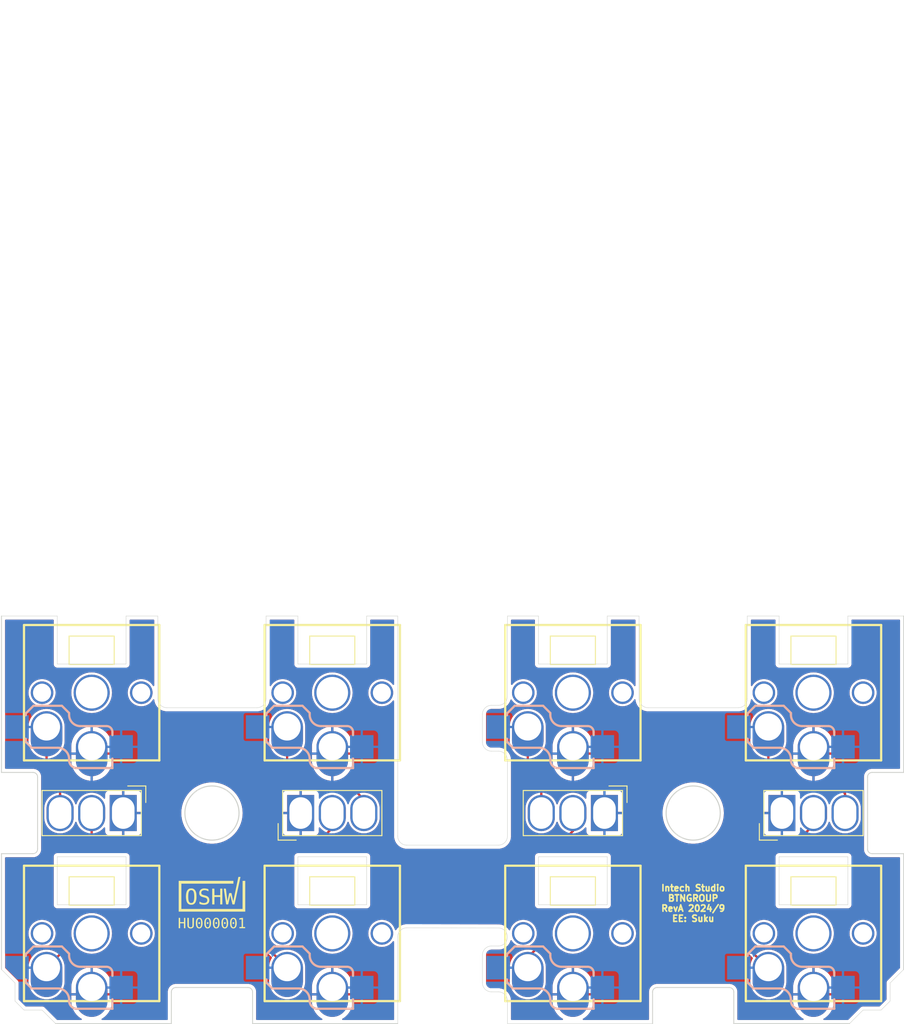
<source format=kicad_pcb>
(kicad_pcb (version 20240108) (generator "pcbnew") (generator_version "8.0")
  (layers (0 "F.Cu" signal) (31 "B.Cu" signal) (34 "B.Paste" user) (35 "F.Paste" user) (36 "B.SilkS" user "B.Silkscreen") (37 "F.SilkS" user "F.Silkscreen") (38 "B.Mask" user) (39 "F.Mask" user) (44 "Edge.Cuts" user))
  (net 0 "")
  (net 1 "GND")
  (net 2 "Net-(J501-Pin_3)")
  (net 3 "Net-(J501-Pin_2)")
  (net 4 "Net-(J502-Pin_2)")
  (net 5 "Net-(J502-Pin_3)")
  (net 6 "Net-(J503-Pin_3)")
  (net 7 "Net-(J503-Pin_2)")
  (net 8 "Net-(J504-Pin_3)")
  (net 9 "Net-(J504-Pin_2)")
  (footprint "suku_basics:VSNX-BUTTON-SOLDER" (layer "F.Cu") (at 140.005 126.67)
    (property "Reference" "J504" (hide yes))
    (property "Value" "Conn_01x03")
    (pad "1" thru_hole rect (at -3.5 0 180) (size 3 4) (drill oval 2.5 3.5) (layers "*.Cu" "*.Mask") (net 1 "GND"))
    (pad "2" thru_hole oval (at 0 0 180) (size 3 4) (drill oval 2.5 3.5) (layers "*.Cu" "*.Mask") (net 9 "Net-(J504-Pin_2)"))
    (pad "3" thru_hole oval (at 3.5 0 180) (size 3 4) (drill oval 2.5 3.5) (layers "*.Cu" "*.Mask") (net 8 "Net-(J504-Pin_3)"))
  )
  (footprint "suku_basics:VSNX-BUTTON-SOLDER" (layer "F.Cu") (at 86.665 126.67)
    (property "Reference" "J502" (hide yes))
    (property "Value" "Conn_01x03")
    (pad "1" thru_hole rect (at -3.5 0 180) (size 3 4) (drill oval 2.5 3.5) (layers "*.Cu" "*.Mask") (net 1 "GND"))
    (pad "2" thru_hole oval (at 0 0 180) (size 3 4) (drill oval 2.5 3.5) (layers "*.Cu" "*.Mask") (net 4 "Net-(J502-Pin_2)"))
    (pad "3" thru_hole oval (at 3.5 0 180) (size 3 4) (drill oval 2.5 3.5) (layers "*.Cu" "*.Mask") (net 5 "Net-(J502-Pin_3)"))
  )
  (footprint "suku_basics:VSNX-BUTTON-SOLDER" (layer "F.Cu") (at 113.335 126.67 180)
    (property "Reference" "J503" (hide yes))
    (property "Value" "Conn_01x03")
    (pad "1" thru_hole rect (at -3.5 0) (size 3 4) (drill oval 2.5 3.5) (layers "*.Cu" "*.Mask") (net 1 "GND"))
    (pad "2" thru_hole oval (at 0 0) (size 3 4) (drill oval 2.5 3.5) (layers "*.Cu" "*.Mask") (net 7 "Net-(J503-Pin_2)"))
    (pad "3" thru_hole oval (at 3.5 0) (size 3 4) (drill oval 2.5 3.5) (layers "*.Cu" "*.Mask") (net 6 "Net-(J503-Pin_3)"))
  )
  (footprint "suku_basics:VSNX-BUTTON-SOLDER" (layer "F.Cu") (at 59.995 126.67 180)
    (property "Reference" "J501" (hide yes))
    (property "Value" "Conn_01x03")
    (pad "1" thru_hole rect (at -3.5 0) (size 3 4) (drill oval 2.5 3.5) (layers "*.Cu" "*.Mask") (net 1 "GND"))
    (pad "2" thru_hole oval (at 0 0) (size 3 4) (drill oval 2.5 3.5) (layers "*.Cu" "*.Mask") (net 3 "Net-(J501-Pin_2)"))
    (pad "3" thru_hole oval (at 3.5 0) (size 3 4) (drill oval 2.5 3.5) (layers "*.Cu" "*.Mask") (net 2 "Net-(J501-Pin_3)"))
  )
  (footprint "suku_basics:OSHWA" (layer "F.Cu") (at 73.33 136.67)
    (property "Reference" "LOGO701" (hide yes))
    (property "Value" "LOGO" (hide yes))
  )
  (footprint "suku_basics:KEY-TH_CPG135001D0X" (layer "B.Cu") (at 113.335 113.335 180)
    (property "Reference" "SW505" (hide yes))
    (property "Value" "CPG135001D02")
    (pad "" thru_hole circle (at -5.5 0) (size 2.5 2.5) (drill 2) (layers "*.Cu" "*.Mask"))
    (pad "" thru_hole circle (at 0 0) (size 4 4) (drill 3.5) (layers "*.Cu" "*.Mask"))
    (pad "" thru_hole circle (at 5.5 0) (size 2.5 2.5) (drill 2) (layers "*.Cu" "*.Mask"))
    (pad "1" smd rect (at -3.27 -6 180) (size 2.6 2.6) (layers "B.Cu" "B.Paste" "B.Mask") (net 1 "GND"))
    (pad "1" thru_hole oval (at 0 -6 90) (size 5 3.5) (drill 3 (offset -0.75 0)) (layers "*.Cu" "*.Mask") (net 1 "GND"))
    (pad "2" thru_hole oval (at 5 -3.8 90) (size 5 3.5) (drill 3 (offset -0.75 0)) (layers "*.Cu" "*.Mask") (net 6 "Net-(J503-Pin_3)"))
    (pad "2" smd rect (at 8.27 -3.8 180) (size 2.6 2.6) (layers "B.Cu" "B.Paste" "B.Mask") (net 6 "Net-(J503-Pin_3)"))
  )
  (footprint "suku_basics:KEY-TH_CPG135001D0X" (layer "B.Cu") (at 140.005 113.335 180)
    (property "Reference" "SW507" (hide yes))
    (property "Value" "CPG135001D02")
    (pad "" thru_hole circle (at -5.5 0) (size 2.5 2.5) (drill 2) (layers "*.Cu" "*.Mask"))
    (pad "" thru_hole circle (at 0 0) (size 4 4) (drill 3.5) (layers "*.Cu" "*.Mask"))
    (pad "" thru_hole circle (at 5.5 0) (size 2.5 2.5) (drill 2) (layers "*.Cu" "*.Mask"))
    (pad "1" smd rect (at -3.27 -6 180) (size 2.6 2.6) (layers "B.Cu" "B.Paste" "B.Mask") (net 1 "GND"))
    (pad "1" thru_hole oval (at 0 -6 90) (size 5 3.5) (drill 3 (offset -0.75 0)) (layers "*.Cu" "*.Mask") (net 1 "GND"))
    (pad "2" thru_hole oval (at 5 -3.8 90) (size 5 3.5) (drill 3 (offset -0.75 0)) (layers "*.Cu" "*.Mask") (net 8 "Net-(J504-Pin_3)"))
    (pad "2" smd rect (at 8.27 -3.8 180) (size 2.6 2.6) (layers "B.Cu" "B.Paste" "B.Mask") (net 8 "Net-(J504-Pin_3)"))
  )
  (footprint "suku_basics:KEY-TH_CPG135001D0X" (layer "B.Cu") (at 59.995 113.335 180)
    (property "Reference" "SW501" (hide yes))
    (property "Value" "CPG135001D02")
    (pad "" thru_hole circle (at -5.5 0) (size 2.5 2.5) (drill 2) (layers "*.Cu" "*.Mask"))
    (pad "" thru_hole circle (at 0 0) (size 4 4) (drill 3.5) (layers "*.Cu" "*.Mask"))
    (pad "" thru_hole circle (at 5.5 0) (size 2.5 2.5) (drill 2) (layers "*.Cu" "*.Mask"))
    (pad "1" smd rect (at -3.27 -6 180) (size 2.6 2.6) (layers "B.Cu" "B.Paste" "B.Mask") (net 1 "GND"))
    (pad "1" thru_hole oval (at 0 -6 90) (size 5 3.5) (drill 3 (offset -0.75 0)) (layers "*.Cu" "*.Mask") (net 1 "GND"))
    (pad "2" thru_hole oval (at 5 -3.8 90) (size 5 3.5) (drill 3 (offset -0.75 0)) (layers "*.Cu" "*.Mask") (net 2 "Net-(J501-Pin_3)"))
    (pad "2" smd rect (at 8.27 -3.8 180) (size 2.6 2.6) (layers "B.Cu" "B.Paste" "B.Mask") (net 2 "Net-(J501-Pin_3)"))
  )
  (footprint "suku_basics:KEY-TH_CPG135001D0X" (layer "B.Cu") (at 86.665 113.335 180)
    (property "Reference" "SW503" (hide yes))
    (property "Value" "CPG135001D02")
    (pad "" thru_hole circle (at -5.5 0) (size 2.5 2.5) (drill 2) (layers "*.Cu" "*.Mask"))
    (pad "" thru_hole circle (at 0 0) (size 4 4) (drill 3.5) (layers "*.Cu" "*.Mask"))
    (pad "" thru_hole circle (at 5.5 0) (size 2.5 2.5) (drill 2) (layers "*.Cu" "*.Mask"))
    (pad "1" smd rect (at -3.27 -6 180) (size 2.6 2.6) (layers "B.Cu" "B.Paste" "B.Mask") (net 1 "GND"))
    (pad "1" thru_hole oval (at 0 -6 90) (size 5 3.5) (drill 3 (offset -0.75 0)) (layers "*.Cu" "*.Mask") (net 1 "GND"))
    (pad "2" thru_hole oval (at 5 -3.8 90) (size 5 3.5) (drill 3 (offset -0.75 0)) (layers "*.Cu" "*.Mask") (net 5 "Net-(J502-Pin_3)"))
    (pad "2" smd rect (at 8.27 -3.8 180) (size 2.6 2.6) (layers "B.Cu" "B.Paste" "B.Mask") (net 5 "Net-(J502-Pin_3)"))
  )
  (footprint "suku_basics:KEY-TH_CPG135001D0X" (layer "B.Cu") (at 59.995 140.005 180)
    (property "Reference" "SW502" (hide yes))
    (property "Value" "CPG135001D02")
    (pad "" thru_hole circle (at -5.5 0) (size 2.5 2.5) (drill 2) (layers "*.Cu" "*.Mask"))
    (pad "" thru_hole circle (at 0 0) (size 4 4) (drill 3.5) (layers "*.Cu" "*.Mask"))
    (pad "" thru_hole circle (at 5.5 0) (size 2.5 2.5) (drill 2) (layers "*.Cu" "*.Mask"))
    (pad "1" smd rect (at -3.27 -6 180) (size 2.6 2.6) (layers "B.Cu" "B.Paste" "B.Mask") (net 1 "GND"))
    (pad "1" thru_hole oval (at 0 -6 90) (size 5 3.5) (drill 3 (offset -0.75 0)) (layers "*.Cu" "*.Mask") (net 1 "GND"))
    (pad "2" thru_hole oval (at 5 -3.8 90) (size 5 3.5) (drill 3 (offset -0.75 0)) (layers "*.Cu" "*.Mask") (net 3 "Net-(J501-Pin_2)"))
    (pad "2" smd roundrect (at 8.27 -3.8 180) (size 2.6 2.6) (layers "B.Cu" "B.Paste" "B.Mask") (roundrect_rratio 0) (chamfer_ratio 0.5) (chamfer top_right) (net 3 "Net-(J501-Pin_2)"))
  )
  (footprint "suku_basics:KEY-TH_CPG135001D0X" (layer "B.Cu") (at 86.665 140.005 180)
    (property "Reference" "SW504" (hide yes))
    (property "Value" "CPG135001D02")
    (pad "" thru_hole circle (at -5.5 0) (size 2.5 2.5) (drill 2) (layers "*.Cu" "*.Mask"))
    (pad "" thru_hole circle (at 0 0) (size 4 4) (drill 3.5) (layers "*.Cu" "*.Mask"))
    (pad "" thru_hole circle (at 5.5 0) (size 2.5 2.5) (drill 2) (layers "*.Cu" "*.Mask"))
    (pad "1" smd rect (at -3.27 -6 180) (size 2.6 2.6) (layers "B.Cu" "B.Paste" "B.Mask") (net 1 "GND"))
    (pad "1" thru_hole oval (at 0 -6 90) (size 5 3.5) (drill 3 (offset -0.75 0)) (layers "*.Cu" "*.Mask") (net 1 "GND"))
    (pad "2" thru_hole oval (at 5 -3.8 90) (size 5 3.5) (drill 3 (offset -0.75 0)) (layers "*.Cu" "*.Mask") (net 4 "Net-(J502-Pin_2)"))
    (pad "2" smd rect (at 8.27 -3.8 180) (size 2.6 2.6) (layers "B.Cu" "B.Paste" "B.Mask") (net 4 "Net-(J502-Pin_2)"))
  )
  (footprint "suku_basics:KEY-TH_CPG135001D0X" (layer "B.Cu") (at 140.005 140.005 180)
    (property "Reference" "SW508" (hide yes))
    (property "Value" "CPG135001D02")
    (pad "" thru_hole circle (at -5.5 0) (size 2.5 2.5) (drill 2) (layers "*.Cu" "*.Mask"))
    (pad "" thru_hole circle (at 0 0) (size 4 4) (drill 3.5) (layers "*.Cu" "*.Mask"))
    (pad "" thru_hole circle (at 5.5 0) (size 2.5 2.5) (drill 2) (layers "*.Cu" "*.Mask"))
    (pad "1" smd rect (at -3.27 -6 180) (size 2.6 2.6) (layers "B.Cu" "B.Paste" "B.Mask") (net 1 "GND"))
    (pad "1" thru_hole oval (at 0 -6 90) (size 5 3.5) (drill 3 (offset -0.75 0)) (layers "*.Cu" "*.Mask") (net 1 "GND"))
    (pad "2" thru_hole oval (at 5 -3.8 90) (size 5 3.5) (drill 3 (offset -0.75 0)) (layers "*.Cu" "*.Mask") (net 9 "Net-(J504-Pin_2)"))
    (pad "2" smd rect (at 8.27 -3.8 180) (size 2.6 2.6) (layers "B.Cu" "B.Paste" "B.Mask") (net 9 "Net-(J504-Pin_2)"))
  )
  (footprint "suku_basics:KEY-TH_CPG135001D0X" (layer "B.Cu") (at 113.335 140.005 180)
    (property "Reference" "SW506" (hide yes))
    (property "Value" "CPG135001D02")
    (pad "" thru_hole circle (at -5.5 0) (size 2.5 2.5) (drill 2) (layers "*.Cu" "*.Mask"))
    (pad "" thru_hole circle (at 0 0) (size 4 4) (drill 3.5) (layers "*.Cu" "*.Mask"))
    (pad "" thru_hole circle (at 5.5 0) (size 2.5 2.5) (drill 2) (layers "*.Cu" "*.Mask"))
    (pad "1" smd rect (at -3.27 -6 180) (size 2.6 2.6) (layers "B.Cu" "B.Paste" "B.Mask") (net 1 "GND"))
    (pad "1" thru_hole oval (at 0 -6 90) (size 5 3.5) (drill 3 (offset -0.75 0)) (layers "*.Cu" "*.Mask") (net 1 "GND"))
    (pad "2" thru_hole oval (at 5 -3.8 90) (size 5 3.5) (drill 3 (offset -0.75 0)) (layers "*.Cu" "*.Mask") (net 7 "Net-(J503-Pin_2)"))
    (pad "2" smd rect (at 8.27 -3.8 180) (size 2.6 2.6) (layers "B.Cu" "B.Paste" "B.Mask") (net 7 "Net-(J503-Pin_2)"))
  )
  (gr_line (start 117.145 104.84) (end 120.67 104.84) (stroke (width 0.05)) (layer "Edge.Cuts"))
  (gr_circle (center 73.33 126.67) (end 76.33 126.67) (stroke (width 0.12)) (fill none) (layer "Edge.Cuts"))
  (gr_line (start 136.195 131.51) (end 143.815 131.51) (stroke (width 0.05)) (layer "Edge.Cuts"))
  (gr_line (start 136.195 136.83) (end 143.815 136.83) (stroke (width 0.05)) (layer "Edge.Cuts"))
  (gr_line (start 109.525 131.51) (end 117.145 131.51) (stroke (width 0.05)) (layer "Edge.Cuts"))
  (gr_circle (center 126.67 126.67) (end 129.67 126.67) (stroke (width 0.12)) (fill none) (layer "Edge.Cuts"))
  (gr_line (start 82.855 110.16) (end 90.475 110.16) (stroke (width 0.05)) (layer "Edge.Cuts"))
  (gr_line (start 94.92 130.226) (end 105.08 130.226) (stroke (width 0.05)) (layer "Edge.Cuts"))
  (gr_line (start 54 130.67) (end 54 122.67) (stroke (width 0.1)) (layer "Edge.Cuts"))
  (gr_line (start 93.92 104.84) (end 93.92 129.226) (stroke (width 0.05)) (layer "Edge.Cuts"))
  (gr_line (start 68.83 146.5) (end 68.83 150) (stroke (width 0.1)) (layer "Edge.Cuts"))
  (gr_line (start 117.145 136.83) (end 117.145 131.51) (stroke (width 0.05)) (layer "Edge.Cuts"))
  (gr_line (start 148.5 147.5) (end 147.5 148.5) (stroke (width 0.05)) (layer "Edge.Cuts"))
  (gr_line (start 79.33 104.84) (end 82.855 104.84) (stroke (width 0.05)) (layer "Edge.Cuts"))
  (gr_line (start 105.08 146.482) (end 104.31 146.482) (stroke (width 0.05)) (layer "Edge.Cuts"))
  (gr_arc (start 77.33 146) (mid 77.683553 146.146447) (end 77.83 146.5) (stroke (width 0.1)) (layer "Edge.Cuts"))
  (gr_line (start 82.855 136.83) (end 82.855 131.51) (stroke (width 0.05)) (layer "Edge.Cuts"))
  (gr_arc (start 103.31 142.402) (mid 103.602893 141.694893) (end 104.31 141.402) (stroke (width 0.05)) (layer "Edge.Cuts"))
  (gr_line (start 103.31 118.812) (end 103.31 115.732) (stroke (width 0.05)) (layer "Edge.Cuts"))
  (gr_line (start 68.33 115) (end 78.33 115) (stroke (width 0.05)) (layer "Edge.Cuts"))
  (gr_line (start 150 122.17) (end 146.5 122.17) (stroke (width 0.1)) (layer "Edge.Cuts"))
  (gr_line (start 136.195 110.16) (end 136.195 104.84) (stroke (width 0.05)) (layer "Edge.Cuts"))
  (gr_line (start 52.5 148.5) (end 51.5 147.5) (stroke (width 0.05)) (layer "Edge.Cuts"))
  (gr_line (start 56.185 136.83) (end 63.805 136.83) (stroke (width 0.05)) (layer "Edge.Cuts"))
  (gr_line (start 120.67 104.84) (end 120.67 114) (stroke (width 0.05)) (layer "Edge.Cuts"))
  (gr_line (start 150 144) (end 148.5 145.5) (stroke (width 0.05)) (layer "Edge.Cuts"))
  (gr_line (start 68.83 150) (end 56 150) (stroke (width 0.1)) (layer "Edge.Cuts"))
  (gr_arc (start 146.5 131.17) (mid 146.146447 131.023553) (end 146 130.67) (stroke (width 0.1)) (layer "Edge.Cuts"))
  (gr_arc (start 105.08 146.482) (mid 105.787107 146.774893) (end 106.08 147.482) (stroke (width 0.05)) (layer "Edge.Cuts"))
  (gr_line (start 130.67 146) (end 122.67 146) (stroke (width 0.1)) (layer "Edge.Cuts"))
  (gr_line (start 106.08 150) (end 106.08 147.482) (stroke (width 0.05)) (layer "Edge.Cuts"))
  (gr_line (start 106.08 113.732) (end 106.08 104.84) (stroke (width 0.05)) (layer "Edge.Cuts"))
  (gr_arc (start 94.92 130.226) (mid 94.212893 129.933107) (end 93.92 129.226) (stroke (width 0.05)) (layer "Edge.Cuts"))
  (gr_arc (start 103.31 115.732) (mid 103.602893 115.024893) (end 104.31 114.732) (stroke (width 0.05)) (layer "Edge.Cuts"))
  (gr_arc (start 104.31 119.812) (mid 103.602893 119.519107) (end 103.31 118.812) (stroke (width 0.05)) (layer "Edge.Cuts"))
  (gr_line (start 150 104.84) (end 150 122.17) (stroke (width 0.1)) (layer "Edge.Cuts"))
  (gr_line (start 53.5 122.17) (end 50 122.17) (stroke (width 0.1)) (layer "Edge.Cuts"))
  (gr_line (start 143.815 104.84) (end 150 104.84) (stroke (width 0.05)) (layer "Edge.Cuts"))
  (gr_arc (start 79.33 114) (mid 79.037107 114.707107) (end 78.33 115) (stroke (width 0.05)) (layer "Edge.Cuts"))
  (gr_line (start 63.805 104.84) (end 67.33 104.84) (stroke (width 0.05)) (layer "Edge.Cuts"))
  (gr_line (start 90.475 104.84) (end 93.92 104.84) (stroke (width 0.05)) (layer "Edge.Cuts"))
  (gr_line (start 117.145 110.16) (end 117.145 104.84) (stroke (width 0.05)) (layer "Edge.Cuts"))
  (gr_line (start 146 122.67) (end 146 130.67) (stroke (width 0.1)) (layer "Edge.Cuts"))
  (gr_line (start 56.185 110.16) (end 56.185 104.84) (stroke (width 0.05)) (layer "Edge.Cuts"))
  (gr_line (start 77.33 146) (end 69.33 146) (stroke (width 0.1)) (layer "Edge.Cuts"))
  (gr_line (start 148.5 145.5) (end 148.5 147.5) (stroke (width 0.05)) (layer "Edge.Cuts"))
  (gr_line (start 109.525 136.83) (end 117.145 136.83) (stroke (width 0.05)) (layer "Edge.Cuts"))
  (gr_arc (start 130.67 146) (mid 131.023553 146.146447) (end 131.17 146.5) (stroke (width 0.1)) (layer "Edge.Cuts"))
  (gr_line (start 143.815 136.83) (end 143.815 131.51) (stroke (width 0.05)) (layer "Edge.Cuts"))
  (gr_line (start 104.31 114.732) (end 105.08 114.732) (stroke (width 0.05)) (layer "Edge.Cuts"))
  (gr_line (start 136.195 136.83) (end 136.195 131.51) (stroke (width 0.05)) (layer "Edge.Cuts"))
  (gr_arc (start 93.920001 140.386001) (mid 94.212894 139.678894) (end 94.920001 139.386001) (stroke (width 0.05)) (layer "Edge.Cuts"))
  (gr_line (start 51.5 147.5) (end 51.5 145.5) (stroke (width 0.05)) (layer "Edge.Cuts"))
  (gr_line (start 105.08 139.402002) (end 94.920001 139.386001) (stroke (width 0.05)) (layer "Edge.Cuts"))
  (gr_line (start 147.5 148.5) (end 145.5 148.5) (stroke (width 0.05)) (layer "Edge.Cuts"))
  (gr_arc (start 54 130.67) (mid 53.853553 131.023553) (end 53.5 131.17) (stroke (width 0.1)) (layer "Edge.Cuts"))
  (gr_line (start 136.195 110.16) (end 143.815 110.16) (stroke (width 0.05)) (layer "Edge.Cuts"))
  (gr_line (start 146.5 131.17) (end 150 131.17) (stroke (width 0.1)) (layer "Edge.Cuts"))
  (gr_arc (start 105.08 119.812) (mid 105.787107 120.104893) (end 106.08 120.812) (stroke (width 0.05)) (layer "Edge.Cuts"))
  (gr_arc (start 122.17 146.5) (mid 122.316447 146.146447) (end 122.67 146) (stroke (width 0.1)) (layer "Edge.Cuts"))
  (gr_line (start 63.805 136.83) (end 63.805 131.51) (stroke (width 0.05)) (layer "Edge.Cuts"))
  (gr_line (start 122.17 146.5) (end 122.17 150) (stroke (width 0.1)) (layer "Edge.Cuts"))
  (gr_line (start 51.5 145.5) (end 50 144) (stroke (width 0.05)) (layer "Edge.Cuts"))
  (gr_line (start 109.525 136.83) (end 109.525 131.51) (stroke (width 0.05)) (layer "Edge.Cuts"))
  (gr_arc (start 121.67 115) (mid 120.962893 114.707107) (end 120.67 114) (stroke (width 0.05)) (layer "Edge.Cuts"))
  (gr_line (start 145.5 148.5) (end 144 150) (stroke (width 0.05)) (layer "Edge.Cuts"))
  (gr_arc (start 53.5 122.17) (mid 53.853553 122.316447) (end 54 122.67) (stroke (width 0.1)) (layer "Edge.Cuts"))
  (gr_line (start 109.525 110.16) (end 109.525 104.84) (stroke (width 0.05)) (layer "Edge.Cuts"))
  (gr_line (start 132.67 104.84) (end 136.195 104.84) (stroke (width 0.05)) (layer "Edge.Cuts"))
  (gr_line (start 82.855 136.83) (end 90.475 136.83) (stroke (width 0.05)) (layer "Edge.Cuts"))
  (gr_line (start 56.185 104.84) (end 50 104.84) (stroke (width 0.05)) (layer "Edge.Cuts"))
  (gr_line (start 90.475 110.16) (end 90.475 104.84) (stroke (width 0.05)) (layer "Edge.Cuts"))
  (gr_line (start 143.815 110.16) (end 143.815 104.84) (stroke (width 0.05)) (layer "Edge.Cuts"))
  (gr_arc (start 106.08 113.732) (mid 105.787107 114.439107) (end 105.08 114.732) (stroke (width 0.05)) (layer "Edge.Cuts"))
  (gr_line (start 105.08 119.812) (end 104.31 119.812) (stroke (width 0.05)) (layer "Edge.Cuts"))
  (gr_line (start 54.5 148.5) (end 52.5 148.5) (stroke (width 0.05)) (layer "Edge.Cuts"))
  (gr_line (start 150 131.17) (end 150 144) (stroke (width 0.1)) (layer "Edge.Cuts"))
  (gr_line (start 50 131.17) (end 53.5 131.17) (stroke (width 0.1)) (layer "Edge.Cuts"))
  (gr_arc (start 106.08 129.226) (mid 105.787107 129.933107) (end 105.08 130.226) (stroke (width 0.05)) (layer "Edge.Cuts"))
  (gr_arc (start 104.31 146.482) (mid 103.602893 146.189107) (end 103.31 145.482) (stroke (width 0.05)) (layer "Edge.Cuts"))
  (gr_line (start 144 150) (end 131.17 150) (stroke (width 0.1)) (layer "Edge.Cuts"))
  (gr_line (start 106.08 104.84) (end 109.525 104.84) (stroke (width 0.05)) (layer "Edge.Cuts"))
  (gr_line (start 106.08 129.226) (end 106.08 120.812) (stroke (width 0.05)) (layer "Edge.Cuts"))
  (gr_line (start 67.33 104.84) (end 67.33 114) (stroke (width 0.05)) (layer "Edge.Cuts"))
  (gr_line (start 56.185 136.83) (end 56.185 131.51) (stroke (width 0.05)) (layer "Edge.Cuts"))
  (gr_line (start 79.33 114) (end 79.33 104.84) (stroke (width 0.05)) (layer "Edge.Cuts"))
  (gr_line (start 132.67 114) (end 132.67 104.84) (stroke (width 0.05)) (layer "Edge.Cuts"))
  (gr_arc (start 68.83 146.5) (mid 68.976447 146.146447) (end 69.33 146) (stroke (width 0.1)) (layer "Edge.Cuts"))
  (gr_arc (start 105.08 139.402002) (mid 105.787107 139.694895) (end 106.08 140.402002) (stroke (width 0.05)) (layer "Edge.Cuts"))
  (gr_line (start 90.475 136.83) (end 90.475 131.51) (stroke (width 0.05)) (layer "Edge.Cuts"))
  (gr_line (start 121.67 115) (end 131.67 115) (stroke (width 0.05)) (layer "Edge.Cuts"))
  (gr_line (start 122.17 150) (end 106.08 150) (stroke (width 0.05)) (layer "Edge.Cuts"))
  (gr_line (start 50 122.17) (end 50 104.84) (stroke (width 0.1)) (layer "Edge.Cuts"))
  (gr_line (start 131.17 150) (end 131.17 146.5) (stroke (width 0.1)) (layer "Edge.Cuts"))
  (gr_line (start 56.185 110.16) (end 63.805 110.16) (stroke (width 0.05)) (layer "Edge.Cuts"))
  (gr_line (start 50 144) (end 50 131.17) (stroke (width 0.1)) (layer "Edge.Cuts"))
  (gr_line (start 77.83 150) (end 77.83 146.5) (stroke (width 0.1)) (layer "Edge.Cuts"))
  (gr_line (start 56.185 131.51) (end 63.805 131.51) (stroke (width 0.05)) (layer "Edge.Cuts"))
  (gr_line (start 93.92 150) (end 77.83 150) (stroke (width 0.1)) (layer "Edge.Cuts"))
  (gr_arc (start 146 122.67) (mid 146.146447 122.316447) (end 146.5 122.17) (stroke (width 0.1)) (layer "Edge.Cuts"))
  (gr_line (start 109.525 110.16) (end 117.145 110.16) (stroke (width 0.05)) (layer "Edge.Cuts"))
  (gr_line (start 63.805 110.16) (end 63.805 104.84) (stroke (width 0.05)) (layer "Edge.Cuts"))
  (gr_line (start 93.920001 140.386001) (end 93.92 150) (stroke (width 0.05)) (layer "Edge.Cuts"))
  (gr_arc (start 68.33 115) (mid 67.622893 114.707107) (end 67.33 114) (stroke (width 0.05)) (layer "Edge.Cuts"))
  (gr_arc (start 106.08 140.402002) (mid 105.787106 141.109108) (end 105.08 141.402) (stroke (width 0.05)) (layer "Edge.Cuts"))
  (gr_arc (start 132.67 114) (mid 132.377107 114.707107) (end 131.67 115) (stroke (width 0.05)) (layer "Edge.Cuts"))
  (gr_line (start 82.855 131.51) (end 90.475 131.51) (stroke (width 0.05)) (layer "Edge.Cuts"))
  (gr_line (start 103.31 145.482) (end 103.31 142.402) (stroke (width 0.05)) (layer "Edge.Cuts"))
  (gr_line (start 104.31 141.402) (end 105.08 141.402) (stroke (width 0.05)) (layer "Edge.Cuts"))
  (gr_line (start 82.855 110.16) (end 82.855 104.84) (stroke (width 0.05)) (layer "Edge.Cuts"))
  (gr_line (start 56 150) (end 54.5 148.5) (stroke (width 0.05)) (layer "Edge.Cuts"))
  (gr_text "Intech Studio\nBTNGROUP\nRevA 2024/9\nEE: Suku" (at 126.67 136.67 0) (layer "F.SilkS") (effects (font (size 0.7 0.7) (thickness 0.175))))
  (segment (start 116.605 146.005) (end 113.335 146.005) (width 0.254) (layer "B.Cu") (net 1))
  (segment (start 63.265 146.005) (end 59.995 146.005) (width 0.254) (layer "B.Cu") (net 1))
  (segment (start 89.935 119.335) (end 86.665 119.335) (width 0.254) (layer "B.Cu") (net 1))
  (segment (start 143.275 146.005) (end 140.005 146.005) (width 0.254) (layer "B.Cu") (net 1))
  (segment (start 89.935 146.005) (end 86.665 146.005) (width 0.254) (layer "B.Cu") (net 1))
  (segment (start 63.265 119.335) (end 59.995 119.335) (width 0.254) (layer "B.Cu") (net 1))
  (segment (start 143.275 119.335) (end 140.005 119.335) (width 0.254) (layer "B.Cu") (net 1))
  (segment (start 113.335 119.335) (end 116.605 119.335) (width 0.254) (layer "B.Cu") (net 1))
  (segment (start 56.495 122.495) (end 56.495 126.67) (width 0.254) (layer "F.Cu") (net 2))
  (segment (start 54.995 120.995) (end 56.495 122.495) (width 0.254) (layer "F.Cu") (net 2))
  (segment (start 54.995 117.135) (end 54.995 120.995) (width 0.254) (layer "F.Cu") (net 2))
  (segment (start 51.725 117.135) (end 54.995 117.135) (width 0.254) (layer "B.Cu") (net 2))
  (segment (start 59 130) (end 60 129) (width 0.254) (layer "F.Cu") (net 3))
  (segment (start 55 131) (end 56 130) (width 0.254) (layer "F.Cu") (net 3))
  (segment (start 56 130) (end 59 130) (width 0.254) (layer "F.Cu") (net 3))
  (segment (start 54.995 143.805) (end 57 141.8) (width 0.254) (layer "F.Cu") (net 3))
  (segment (start 55 137) (end 55 131) (width 0.254) (layer "F.Cu") (net 3))
  (segment (start 60 129) (end 59.995 128.995) (width 0.254) (layer "F.Cu") (net 3))
  (segment (start 57 139) (end 55 137) (width 0.254) (layer "F.Cu") (net 3))
  (segment (start 59.995 128.995) (end 59.995 126.67) (width 0.254) (layer "F.Cu") (net 3))
  (segment (start 57 141.8) (end 57 139) (width 0.254) (layer "F.Cu") (net 3))
  (segment (start 51.725 143.805) (end 54.995 143.805) (width 0.254) (layer "B.Cu") (net 3))
  (segment (start 86.665 128.335) (end 86.665 126.67) (width 0.254) (layer "F.Cu") (net 4))
  (segment (start 79 141.14) (end 79 132) (width 0.254) (layer "F.Cu") (net 4))
  (segment (start 81 130) (end 85 130) (width 0.254) (layer "F.Cu") (net 4))
  (segment (start 81.665 143.805) (end 79 141.14) (width 0.254) (layer "F.Cu") (net 4))
  (segment (start 85 130) (end 86.665 128.335) (width 0.254) (layer "F.Cu") (net 4))
  (segment (start 79 132) (end 81 130) (width 0.254) (layer "F.Cu") (net 4))
  (segment (start 78.395 143.805) (end 81.665 143.805) (width 0.254) (layer "B.Cu") (net 4))
  (segment (start 81.665 121.665) (end 84 124) (width 0.254) (layer "F.Cu") (net 5))
  (segment (start 84 124) (end 89 124) (width 0.254) (layer "F.Cu") (net 5))
  (segment (start 81.665 117.135) (end 81.665 121.665) (width 0.254) (layer "F.Cu") (net 5))
  (segment (start 90.165 125.165) (end 90.165 126.67) (width 0.254) (layer "F.Cu") (net 5))
  (segment (start 89 124) (end 90.165 125.165) (width 0.254) (layer "F.Cu") (net 5))
  (segment (start 78.395 117.135) (end 81.665 117.135) (width 0.254) (layer "B.Cu") (net 5))
  (segment (start 109.835 122.835) (end 108.335 121.335) (width 0.254) (layer "F.Cu") (net 6))
  (segment (start 108.335 121.335) (end 108.335 117.135) (width 0.254) (layer "F.Cu") (net 6))
  (segment (start 109.835 126.67) (end 109.835 122.835) (width 0.254) (layer "F.Cu") (net 6))
  (segment (start 105.065 117.135) (end 108.335 117.135) (width 0.254) (layer "B.Cu") (net 6))
  (segment (start 113.335 128.665) (end 113.335 126.67) (width 0.254) (layer "F.Cu") (net 7))
  (segment (start 109 130) (end 112 130) (width 0.254) (layer "F.Cu") (net 7))
  (segment (start 110 139) (end 108 137) (width 0.254) (layer "F.Cu") (net 7))
  (segment (start 108 137) (end 108 131) (width 0.254) (layer "F.Cu") (net 7))
  (segment (start 108 131) (end 109 130) (width 0.254) (layer "F.Cu") (net 7))
  (segment (start 110 141) (end 110 139) (width 0.254) (layer "F.Cu") (net 7))
  (segment (start 108.335 142.665) (end 110 141) (width 0.254) (layer "F.Cu") (net 7))
  (segment (start 108.335 143.805) (end 108.335 142.665) (width 0.254) (layer "F.Cu") (net 7))
  (segment (start 112 130) (end 113.335 128.665) (width 0.254) (layer "F.Cu") (net 7))
  (segment (start 105.065 143.805) (end 108.335 143.805) (width 0.254) (layer "B.Cu") (net 7))
  (segment (start 143.505 124.505) (end 143.505 126.67) (width 0.254) (layer "F.Cu") (net 8))
  (segment (start 135.005 121.005) (end 138 124) (width 0.254) (layer "F.Cu") (net 8))
  (segment (start 143 124) (end 143.505 124.505) (width 0.254) (layer "F.Cu") (net 8))
  (segment (start 135.005 117.135) (end 135.005 121.005) (width 0.254) (layer "F.Cu") (net 8))
  (segment (start 138 124) (end 143 124) (width 0.254) (layer "F.Cu") (net 8))
  (segment (start 131.735 117.135) (end 135.005 117.135) (width 0.254) (layer "B.Cu") (net 8))
  (segment (start 134.512 130) (end 132.512 132) (width 0.254) (layer "F.Cu") (net 9))
  (segment (start 140.005 127.995) (end 138 130) (width 0.254) (layer "F.Cu") (net 9))
  (segment (start 132.512 141.402) (end 132.512 132) (width 0.254) (layer "F.Cu") (net 9))
  (segment (start 138 130) (end 134.512 130) (width 0.254) (layer "F.Cu") (net 9))
  (segment (start 140.005 126.67) (end 140.005 127.995) (width 0.254) (layer "F.Cu") (net 9))
  (segment (start 134.915 143.805) (end 132.512 141.402) (width 0.254) (layer "F.Cu") (net 9))
  (segment (start 135.005 143.805) (end 134.915 143.805) (width 0.254) (layer "F.Cu") (net 9))
  (segment (start 131.735 143.805) (end 135.005 143.805) (width 0.254) (layer "B.Cu") (net 9))
  (zone (net 1) (net_name "GND") (layer "F.Cu") (connect_pads (clearance 0.254)) (min_thickness 0.1524) (fill yes (thermal_gap 0.508) (thermal_bridge_width 0.254) (island_removal_mode 2) (island_area_min 10))
    (polygon (pts (xy 50 50) (xy 51 46) (xy 53 46) (xy 54 50) (xy 150 50) (xy 150 150) (xy 50 150)))
  )
  (zone (net 1) (net_name "GND") (layer "B.Cu") (connect_pads (clearance 0.254)) (min_thickness 0.1524) (fill yes (thermal_gap 0.508) (thermal_bridge_width 0.254) (island_removal_mode 2) (island_area_min 10))
    (polygon (pts (xy 50 50) (xy 59 50) (xy 60 46) (xy 62 46) (xy 63 50) (xy 150 50) (xy 150 150) (xy 50 150)))
  )
)
</source>
